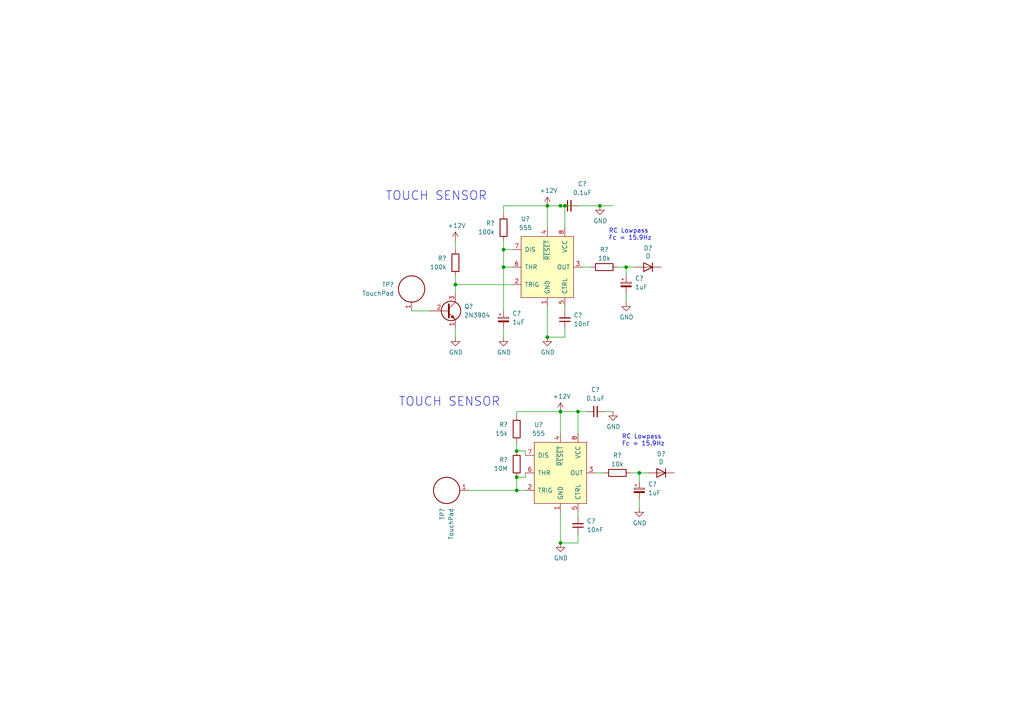
<source format=kicad_sch>
(kicad_sch (version 20211123) (generator eeschema)

  (uuid 51eb14dc-5b6d-4f34-aee4-5b860b778c1e)

  (paper "A4")

  (lib_symbols
    (symbol "Device:C_Polarized_Small" (pin_numbers hide) (pin_names (offset 0.254) hide) (in_bom yes) (on_board yes)
      (property "Reference" "C" (id 0) (at 0.254 1.778 0)
        (effects (font (size 1.27 1.27)) (justify left))
      )
      (property "Value" "C_Polarized_Small" (id 1) (at 0.254 -2.032 0)
        (effects (font (size 1.27 1.27)) (justify left))
      )
      (property "Footprint" "" (id 2) (at 0 0 0)
        (effects (font (size 1.27 1.27)) hide)
      )
      (property "Datasheet" "~" (id 3) (at 0 0 0)
        (effects (font (size 1.27 1.27)) hide)
      )
      (property "ki_keywords" "cap capacitor" (id 4) (at 0 0 0)
        (effects (font (size 1.27 1.27)) hide)
      )
      (property "ki_description" "Polarized capacitor, small symbol" (id 5) (at 0 0 0)
        (effects (font (size 1.27 1.27)) hide)
      )
      (property "ki_fp_filters" "CP_*" (id 6) (at 0 0 0)
        (effects (font (size 1.27 1.27)) hide)
      )
      (symbol "C_Polarized_Small_0_1"
        (rectangle (start -1.524 -0.3048) (end 1.524 -0.6858)
          (stroke (width 0) (type default) (color 0 0 0 0))
          (fill (type outline))
        )
        (rectangle (start -1.524 0.6858) (end 1.524 0.3048)
          (stroke (width 0) (type default) (color 0 0 0 0))
          (fill (type none))
        )
        (polyline
          (pts
            (xy -1.27 1.524)
            (xy -0.762 1.524)
          )
          (stroke (width 0) (type default) (color 0 0 0 0))
          (fill (type none))
        )
        (polyline
          (pts
            (xy -1.016 1.27)
            (xy -1.016 1.778)
          )
          (stroke (width 0) (type default) (color 0 0 0 0))
          (fill (type none))
        )
      )
      (symbol "C_Polarized_Small_1_1"
        (pin passive line (at 0 2.54 270) (length 1.8542)
          (name "~" (effects (font (size 1.27 1.27))))
          (number "1" (effects (font (size 1.27 1.27))))
        )
        (pin passive line (at 0 -2.54 90) (length 1.8542)
          (name "~" (effects (font (size 1.27 1.27))))
          (number "2" (effects (font (size 1.27 1.27))))
        )
      )
    )
    (symbol "Device:C_Small" (pin_numbers hide) (pin_names (offset 0.254) hide) (in_bom yes) (on_board yes)
      (property "Reference" "C" (id 0) (at 0.254 1.778 0)
        (effects (font (size 1.27 1.27)) (justify left))
      )
      (property "Value" "C_Small" (id 1) (at 0.254 -2.032 0)
        (effects (font (size 1.27 1.27)) (justify left))
      )
      (property "Footprint" "" (id 2) (at 0 0 0)
        (effects (font (size 1.27 1.27)) hide)
      )
      (property "Datasheet" "~" (id 3) (at 0 0 0)
        (effects (font (size 1.27 1.27)) hide)
      )
      (property "ki_keywords" "capacitor cap" (id 4) (at 0 0 0)
        (effects (font (size 1.27 1.27)) hide)
      )
      (property "ki_description" "Unpolarized capacitor, small symbol" (id 5) (at 0 0 0)
        (effects (font (size 1.27 1.27)) hide)
      )
      (property "ki_fp_filters" "C_*" (id 6) (at 0 0 0)
        (effects (font (size 1.27 1.27)) hide)
      )
      (symbol "C_Small_0_1"
        (polyline
          (pts
            (xy -1.524 -0.508)
            (xy 1.524 -0.508)
          )
          (stroke (width 0.3302) (type default) (color 0 0 0 0))
          (fill (type none))
        )
        (polyline
          (pts
            (xy -1.524 0.508)
            (xy 1.524 0.508)
          )
          (stroke (width 0.3048) (type default) (color 0 0 0 0))
          (fill (type none))
        )
      )
      (symbol "C_Small_1_1"
        (pin passive line (at 0 2.54 270) (length 2.032)
          (name "~" (effects (font (size 1.27 1.27))))
          (number "1" (effects (font (size 1.27 1.27))))
        )
        (pin passive line (at 0 -2.54 90) (length 2.032)
          (name "~" (effects (font (size 1.27 1.27))))
          (number "2" (effects (font (size 1.27 1.27))))
        )
      )
    )
    (symbol "Device:D" (pin_numbers hide) (pin_names (offset 1.016) hide) (in_bom yes) (on_board yes)
      (property "Reference" "D" (id 0) (at 0 2.54 0)
        (effects (font (size 1.27 1.27)))
      )
      (property "Value" "D" (id 1) (at 0 -2.54 0)
        (effects (font (size 1.27 1.27)))
      )
      (property "Footprint" "" (id 2) (at 0 0 0)
        (effects (font (size 1.27 1.27)) hide)
      )
      (property "Datasheet" "~" (id 3) (at 0 0 0)
        (effects (font (size 1.27 1.27)) hide)
      )
      (property "ki_keywords" "diode" (id 4) (at 0 0 0)
        (effects (font (size 1.27 1.27)) hide)
      )
      (property "ki_description" "Diode" (id 5) (at 0 0 0)
        (effects (font (size 1.27 1.27)) hide)
      )
      (property "ki_fp_filters" "TO-???* *_Diode_* *SingleDiode* D_*" (id 6) (at 0 0 0)
        (effects (font (size 1.27 1.27)) hide)
      )
      (symbol "D_0_1"
        (polyline
          (pts
            (xy -1.27 1.27)
            (xy -1.27 -1.27)
          )
          (stroke (width 0.254) (type default) (color 0 0 0 0))
          (fill (type none))
        )
        (polyline
          (pts
            (xy 1.27 0)
            (xy -1.27 0)
          )
          (stroke (width 0) (type default) (color 0 0 0 0))
          (fill (type none))
        )
        (polyline
          (pts
            (xy 1.27 1.27)
            (xy 1.27 -1.27)
            (xy -1.27 0)
            (xy 1.27 1.27)
          )
          (stroke (width 0.254) (type default) (color 0 0 0 0))
          (fill (type none))
        )
      )
      (symbol "D_1_1"
        (pin passive line (at -3.81 0 0) (length 2.54)
          (name "K" (effects (font (size 1.27 1.27))))
          (number "1" (effects (font (size 1.27 1.27))))
        )
        (pin passive line (at 3.81 0 180) (length 2.54)
          (name "A" (effects (font (size 1.27 1.27))))
          (number "2" (effects (font (size 1.27 1.27))))
        )
      )
    )
    (symbol "Device:R" (pin_numbers hide) (pin_names (offset 0)) (in_bom yes) (on_board yes)
      (property "Reference" "R" (id 0) (at 2.032 0 90)
        (effects (font (size 1.27 1.27)))
      )
      (property "Value" "R" (id 1) (at 0 0 90)
        (effects (font (size 1.27 1.27)))
      )
      (property "Footprint" "" (id 2) (at -1.778 0 90)
        (effects (font (size 1.27 1.27)) hide)
      )
      (property "Datasheet" "~" (id 3) (at 0 0 0)
        (effects (font (size 1.27 1.27)) hide)
      )
      (property "ki_keywords" "R res resistor" (id 4) (at 0 0 0)
        (effects (font (size 1.27 1.27)) hide)
      )
      (property "ki_description" "Resistor" (id 5) (at 0 0 0)
        (effects (font (size 1.27 1.27)) hide)
      )
      (property "ki_fp_filters" "R_*" (id 6) (at 0 0 0)
        (effects (font (size 1.27 1.27)) hide)
      )
      (symbol "R_0_1"
        (rectangle (start -1.016 -2.54) (end 1.016 2.54)
          (stroke (width 0.254) (type default) (color 0 0 0 0))
          (fill (type none))
        )
      )
      (symbol "R_1_1"
        (pin passive line (at 0 3.81 270) (length 1.27)
          (name "~" (effects (font (size 1.27 1.27))))
          (number "1" (effects (font (size 1.27 1.27))))
        )
        (pin passive line (at 0 -3.81 90) (length 1.27)
          (name "~" (effects (font (size 1.27 1.27))))
          (number "2" (effects (font (size 1.27 1.27))))
        )
      )
    )
    (symbol "Transistor_BJT:2N3904" (pin_names (offset 0) hide) (in_bom yes) (on_board yes)
      (property "Reference" "Q" (id 0) (at 5.08 1.905 0)
        (effects (font (size 1.27 1.27)) (justify left))
      )
      (property "Value" "2N3904" (id 1) (at 5.08 0 0)
        (effects (font (size 1.27 1.27)) (justify left))
      )
      (property "Footprint" "Package_TO_SOT_THT:TO-92_Inline" (id 2) (at 5.08 -1.905 0)
        (effects (font (size 1.27 1.27) italic) (justify left) hide)
      )
      (property "Datasheet" "https://www.onsemi.com/pub/Collateral/2N3903-D.PDF" (id 3) (at 0 0 0)
        (effects (font (size 1.27 1.27)) (justify left) hide)
      )
      (property "ki_keywords" "NPN Transistor" (id 4) (at 0 0 0)
        (effects (font (size 1.27 1.27)) hide)
      )
      (property "ki_description" "0.2A Ic, 40V Vce, Small Signal NPN Transistor, TO-92" (id 5) (at 0 0 0)
        (effects (font (size 1.27 1.27)) hide)
      )
      (property "ki_fp_filters" "TO?92*" (id 6) (at 0 0 0)
        (effects (font (size 1.27 1.27)) hide)
      )
      (symbol "2N3904_0_1"
        (polyline
          (pts
            (xy 0.635 0.635)
            (xy 2.54 2.54)
          )
          (stroke (width 0) (type default) (color 0 0 0 0))
          (fill (type none))
        )
        (polyline
          (pts
            (xy 0.635 -0.635)
            (xy 2.54 -2.54)
            (xy 2.54 -2.54)
          )
          (stroke (width 0) (type default) (color 0 0 0 0))
          (fill (type none))
        )
        (polyline
          (pts
            (xy 0.635 1.905)
            (xy 0.635 -1.905)
            (xy 0.635 -1.905)
          )
          (stroke (width 0.508) (type default) (color 0 0 0 0))
          (fill (type none))
        )
        (polyline
          (pts
            (xy 1.27 -1.778)
            (xy 1.778 -1.27)
            (xy 2.286 -2.286)
            (xy 1.27 -1.778)
            (xy 1.27 -1.778)
          )
          (stroke (width 0) (type default) (color 0 0 0 0))
          (fill (type outline))
        )
        (circle (center 1.27 0) (radius 2.8194)
          (stroke (width 0.254) (type default) (color 0 0 0 0))
          (fill (type none))
        )
      )
      (symbol "2N3904_1_1"
        (pin passive line (at 2.54 -5.08 90) (length 2.54)
          (name "E" (effects (font (size 1.27 1.27))))
          (number "1" (effects (font (size 1.27 1.27))))
        )
        (pin passive line (at -5.08 0 0) (length 5.715)
          (name "B" (effects (font (size 1.27 1.27))))
          (number "2" (effects (font (size 1.27 1.27))))
        )
        (pin passive line (at 2.54 5.08 270) (length 2.54)
          (name "C" (effects (font (size 1.27 1.27))))
          (number "3" (effects (font (size 1.27 1.27))))
        )
      )
    )
    (symbol "modular:555" (pin_names (offset 1.016)) (in_bom yes) (on_board yes)
      (property "Reference" "U" (id 0) (at -5.08 13.97 0)
        (effects (font (size 1.27 1.27)))
      )
      (property "Value" "555" (id 1) (at -5.08 11.43 0)
        (effects (font (size 1.27 1.27)))
      )
      (property "Footprint" "" (id 2) (at 2.54 0 0)
        (effects (font (size 1.27 1.27)) hide)
      )
      (property "Datasheet" "" (id 3) (at 2.54 0 0)
        (effects (font (size 1.27 1.27)) hide)
      )
      (symbol "555_0_1"
        (rectangle (start 7.62 8.89) (end -7.62 -8.89)
          (stroke (width 0) (type default) (color 0 0 0 0))
          (fill (type background))
        )
      )
      (symbol "555_1_1"
        (pin input line (at 0 -11.43 90) (length 2.54)
          (name "GND" (effects (font (size 1.27 1.27))))
          (number "1" (effects (font (size 1.27 1.27))))
        )
        (pin input line (at -10.16 -5.08 0) (length 2.54)
          (name "TRIG" (effects (font (size 1.27 1.27))))
          (number "2" (effects (font (size 1.27 1.27))))
        )
        (pin input line (at 10.16 0 180) (length 2.54)
          (name "OUT" (effects (font (size 1.27 1.27))))
          (number "3" (effects (font (size 1.27 1.27))))
        )
        (pin input line (at 0 11.43 270) (length 2.54)
          (name "~{RESET}" (effects (font (size 1.27 1.27))))
          (number "4" (effects (font (size 1.27 1.27))))
        )
        (pin input line (at 5.08 -11.43 90) (length 2.54)
          (name "CTRL" (effects (font (size 1.27 1.27))))
          (number "5" (effects (font (size 1.27 1.27))))
        )
        (pin input line (at -10.16 0 0) (length 2.54)
          (name "THR" (effects (font (size 1.27 1.27))))
          (number "6" (effects (font (size 1.27 1.27))))
        )
        (pin input line (at -10.16 5.08 0) (length 2.54)
          (name "DIS" (effects (font (size 1.27 1.27))))
          (number "7" (effects (font (size 1.27 1.27))))
        )
        (pin input line (at 5.08 11.43 270) (length 2.54)
          (name "VCC" (effects (font (size 1.27 1.27))))
          (number "8" (effects (font (size 1.27 1.27))))
        )
      )
    )
    (symbol "modular:TouchPad" (in_bom yes) (on_board yes)
      (property "Reference" "TP" (id 0) (at 0 7.62 0)
        (effects (font (size 1.27 1.27)))
      )
      (property "Value" "TouchPad" (id 1) (at 0 5.08 0)
        (effects (font (size 1.27 1.27)))
      )
      (property "Footprint" "" (id 2) (at 0 0 0)
        (effects (font (size 1.27 1.27)) hide)
      )
      (property "Datasheet" "" (id 3) (at 0 0 0)
        (effects (font (size 1.27 1.27)) hide)
      )
      (symbol "TouchPad_0_1"
        (circle (center 0 0) (radius 3.81)
          (stroke (width 0.254) (type default) (color 0 0 0 0))
          (fill (type none))
        )
      )
      (symbol "TouchPad_1_1"
        (pin input line (at 6.35 0 180) (length 2.54)
          (name "" (effects (font (size 1.27 1.27))))
          (number "1" (effects (font (size 1.27 1.27))))
        )
      )
    )
    (symbol "power:+12V" (power) (pin_names (offset 0)) (in_bom yes) (on_board yes)
      (property "Reference" "#PWR" (id 0) (at 0 -3.81 0)
        (effects (font (size 1.27 1.27)) hide)
      )
      (property "Value" "+12V" (id 1) (at 0 3.556 0)
        (effects (font (size 1.27 1.27)))
      )
      (property "Footprint" "" (id 2) (at 0 0 0)
        (effects (font (size 1.27 1.27)) hide)
      )
      (property "Datasheet" "" (id 3) (at 0 0 0)
        (effects (font (size 1.27 1.27)) hide)
      )
      (property "ki_keywords" "power-flag" (id 4) (at 0 0 0)
        (effects (font (size 1.27 1.27)) hide)
      )
      (property "ki_description" "Power symbol creates a global label with name \"+12V\"" (id 5) (at 0 0 0)
        (effects (font (size 1.27 1.27)) hide)
      )
      (symbol "+12V_0_1"
        (polyline
          (pts
            (xy -0.762 1.27)
            (xy 0 2.54)
          )
          (stroke (width 0) (type default) (color 0 0 0 0))
          (fill (type none))
        )
        (polyline
          (pts
            (xy 0 0)
            (xy 0 2.54)
          )
          (stroke (width 0) (type default) (color 0 0 0 0))
          (fill (type none))
        )
        (polyline
          (pts
            (xy 0 2.54)
            (xy 0.762 1.27)
          )
          (stroke (width 0) (type default) (color 0 0 0 0))
          (fill (type none))
        )
      )
      (symbol "+12V_1_1"
        (pin power_in line (at 0 0 90) (length 0) hide
          (name "+12V" (effects (font (size 1.27 1.27))))
          (number "1" (effects (font (size 1.27 1.27))))
        )
      )
    )
    (symbol "power:GND" (power) (pin_names (offset 0)) (in_bom yes) (on_board yes)
      (property "Reference" "#PWR" (id 0) (at 0 -6.35 0)
        (effects (font (size 1.27 1.27)) hide)
      )
      (property "Value" "GND" (id 1) (at 0 -3.81 0)
        (effects (font (size 1.27 1.27)))
      )
      (property "Footprint" "" (id 2) (at 0 0 0)
        (effects (font (size 1.27 1.27)) hide)
      )
      (property "Datasheet" "" (id 3) (at 0 0 0)
        (effects (font (size 1.27 1.27)) hide)
      )
      (property "ki_keywords" "power-flag" (id 4) (at 0 0 0)
        (effects (font (size 1.27 1.27)) hide)
      )
      (property "ki_description" "Power symbol creates a global label with name \"GND\" , ground" (id 5) (at 0 0 0)
        (effects (font (size 1.27 1.27)) hide)
      )
      (symbol "GND_0_1"
        (polyline
          (pts
            (xy 0 0)
            (xy 0 -1.27)
            (xy 1.27 -1.27)
            (xy 0 -2.54)
            (xy -1.27 -1.27)
            (xy 0 -1.27)
          )
          (stroke (width 0) (type default) (color 0 0 0 0))
          (fill (type none))
        )
      )
      (symbol "GND_1_1"
        (pin power_in line (at 0 0 270) (length 0) hide
          (name "GND" (effects (font (size 1.27 1.27))))
          (number "1" (effects (font (size 1.27 1.27))))
        )
      )
    )
  )

  (junction (at 167.64 119.38) (diameter 0) (color 0 0 0 0)
    (uuid 0830705d-c01f-4800-80d8-eca3097911ce)
  )
  (junction (at 162.56 157.48) (diameter 0) (color 0 0 0 0)
    (uuid 102619dd-355b-4690-bd40-64faae997ebf)
  )
  (junction (at 149.86 142.24) (diameter 0) (color 0 0 0 0)
    (uuid 1c23c3b9-af12-44dc-9fbe-b8d82d5373d4)
  )
  (junction (at 173.99 59.69) (diameter 0) (color 0 0 0 0)
    (uuid 317547ce-5efc-4fa2-9225-8d95f71d30e9)
  )
  (junction (at 181.61 77.47) (diameter 0) (color 0 0 0 0)
    (uuid 4e07bacb-a889-4a2f-a548-4df093209911)
  )
  (junction (at 132.08 82.55) (diameter 0) (color 0 0 0 0)
    (uuid 52b0ea92-2433-458f-818c-d55fc9ae47bc)
  )
  (junction (at 162.56 119.38) (diameter 0) (color 0 0 0 0)
    (uuid 54b9abbe-c5df-4385-bde4-b6506738b010)
  )
  (junction (at 163.83 59.69) (diameter 0) (color 0 0 0 0)
    (uuid 59302f6d-56de-4adb-b7d2-de8644f6d00d)
  )
  (junction (at 149.86 138.43) (diameter 0) (color 0 0 0 0)
    (uuid 6d6e207b-e318-477d-a539-29a76bd0f618)
  )
  (junction (at 146.05 72.39) (diameter 0) (color 0 0 0 0)
    (uuid 9273d60f-9062-4944-b8ed-144603d9b799)
  )
  (junction (at 158.75 97.79) (diameter 0) (color 0 0 0 0)
    (uuid 945881e5-c9e9-4b4d-a9dc-d7ff5ae92437)
  )
  (junction (at 162.56 59.69) (diameter 0) (color 0 0 0 0)
    (uuid c010a15f-d5bc-441f-8f39-21908649ed6b)
  )
  (junction (at 185.42 137.16) (diameter 0) (color 0 0 0 0)
    (uuid c4891599-9fee-4858-a58d-86627d2e4a8e)
  )
  (junction (at 146.05 77.47) (diameter 0) (color 0 0 0 0)
    (uuid c9a5ec7a-7c88-4b40-8b00-79d0a6420fd2)
  )
  (junction (at 149.86 130.81) (diameter 0) (color 0 0 0 0)
    (uuid da3a3149-2192-46fd-9550-f961bb1c68e6)
  )
  (junction (at 158.75 59.69) (diameter 0) (color 0 0 0 0)
    (uuid e5fadafc-9a3a-4308-96f8-5dde8e6ff9da)
  )

  (wire (pts (xy 185.42 139.7) (xy 185.42 137.16))
    (stroke (width 0) (type default) (color 0 0 0 0))
    (uuid 02cd3a3b-df43-42e7-bebd-0b5b6e38e62e)
  )
  (wire (pts (xy 162.56 119.38) (xy 167.64 119.38))
    (stroke (width 0) (type default) (color 0 0 0 0))
    (uuid 14c55194-67ea-481c-8ec4-c82a5217194c)
  )
  (wire (pts (xy 167.64 119.38) (xy 167.64 125.73))
    (stroke (width 0) (type default) (color 0 0 0 0))
    (uuid 1628dbee-5707-4305-87c2-872263acbb4e)
  )
  (wire (pts (xy 158.75 88.9) (xy 158.75 97.79))
    (stroke (width 0) (type default) (color 0 0 0 0))
    (uuid 35ecf9a2-ab15-4740-871c-ef8111db96bd)
  )
  (wire (pts (xy 185.42 137.16) (xy 182.88 137.16))
    (stroke (width 0) (type default) (color 0 0 0 0))
    (uuid 380bd2d5-d449-4f6a-9ccd-8f65c82832b0)
  )
  (wire (pts (xy 135.89 142.24) (xy 149.86 142.24))
    (stroke (width 0) (type default) (color 0 0 0 0))
    (uuid 43352de6-ace6-49b1-9ef7-8b67e1a705e7)
  )
  (wire (pts (xy 185.42 147.32) (xy 185.42 144.78))
    (stroke (width 0) (type default) (color 0 0 0 0))
    (uuid 479156c6-a043-43a2-b634-453c903c70cb)
  )
  (wire (pts (xy 148.59 77.47) (xy 146.05 77.47))
    (stroke (width 0) (type default) (color 0 0 0 0))
    (uuid 4891bd88-85b1-47a6-97b6-013e2999be57)
  )
  (wire (pts (xy 173.99 59.69) (xy 177.8 59.69))
    (stroke (width 0) (type default) (color 0 0 0 0))
    (uuid 4d10d327-0da8-44bf-8019-b302494dd917)
  )
  (wire (pts (xy 146.05 77.47) (xy 146.05 72.39))
    (stroke (width 0) (type default) (color 0 0 0 0))
    (uuid 4e409b4c-78a3-46c7-a59d-8abdd995dce1)
  )
  (wire (pts (xy 132.08 82.55) (xy 148.59 82.55))
    (stroke (width 0) (type default) (color 0 0 0 0))
    (uuid 506410c1-076b-4822-a237-f615c8bc201d)
  )
  (wire (pts (xy 146.05 69.85) (xy 146.05 72.39))
    (stroke (width 0) (type default) (color 0 0 0 0))
    (uuid 60fb4f8b-4de9-404d-a6aa-e67186a4a400)
  )
  (wire (pts (xy 146.05 77.47) (xy 146.05 90.17))
    (stroke (width 0) (type default) (color 0 0 0 0))
    (uuid 611ec290-2219-4956-889c-f26663651505)
  )
  (wire (pts (xy 158.75 59.69) (xy 162.56 59.69))
    (stroke (width 0) (type default) (color 0 0 0 0))
    (uuid 620c80cc-ef3d-41fa-88b1-8daf8d54aed3)
  )
  (wire (pts (xy 162.56 119.38) (xy 162.56 125.73))
    (stroke (width 0) (type default) (color 0 0 0 0))
    (uuid 6741e0e0-3fb8-4fa3-9810-cdbd92b4dbe3)
  )
  (wire (pts (xy 167.64 119.38) (xy 170.18 119.38))
    (stroke (width 0) (type default) (color 0 0 0 0))
    (uuid 6cbc24c6-7f6d-4936-bcfa-6dcef80d7483)
  )
  (wire (pts (xy 171.45 77.47) (xy 168.91 77.47))
    (stroke (width 0) (type default) (color 0 0 0 0))
    (uuid 6fcecb03-b91c-48da-bc65-20e162a6e727)
  )
  (wire (pts (xy 146.05 59.69) (xy 146.05 62.23))
    (stroke (width 0) (type default) (color 0 0 0 0))
    (uuid 729896a8-503f-4e74-ac05-fa47e1b89a45)
  )
  (wire (pts (xy 181.61 87.63) (xy 181.61 85.09))
    (stroke (width 0) (type default) (color 0 0 0 0))
    (uuid 7341d036-bc96-44bd-8cec-4dcf1c76174c)
  )
  (wire (pts (xy 181.61 77.47) (xy 179.07 77.47))
    (stroke (width 0) (type default) (color 0 0 0 0))
    (uuid 76447c93-b10e-4ee1-9ccf-e4e2dc4f37c5)
  )
  (wire (pts (xy 175.26 137.16) (xy 172.72 137.16))
    (stroke (width 0) (type default) (color 0 0 0 0))
    (uuid 76ab2cb2-414e-4fe5-aaf1-efffc7cb9593)
  )
  (wire (pts (xy 149.86 130.81) (xy 152.4 130.81))
    (stroke (width 0) (type default) (color 0 0 0 0))
    (uuid 7f9178fb-e51b-49d6-8f30-cfbdfc850f71)
  )
  (wire (pts (xy 132.08 69.85) (xy 132.08 72.39))
    (stroke (width 0) (type default) (color 0 0 0 0))
    (uuid 86919922-3fd9-47ee-9671-48a0cb3d0af5)
  )
  (wire (pts (xy 163.83 95.25) (xy 163.83 97.79))
    (stroke (width 0) (type default) (color 0 0 0 0))
    (uuid 86e9477d-afbe-4ebc-a4b2-f3f1bae6483a)
  )
  (wire (pts (xy 181.61 77.47) (xy 184.15 77.47))
    (stroke (width 0) (type default) (color 0 0 0 0))
    (uuid 8f9a3ea6-2367-4f16-a5bc-024c8be6c38e)
  )
  (wire (pts (xy 173.99 59.69) (xy 167.64 59.69))
    (stroke (width 0) (type default) (color 0 0 0 0))
    (uuid 9c34da06-49e7-4186-9bbc-e97df8e9e137)
  )
  (wire (pts (xy 162.56 148.59) (xy 162.56 157.48))
    (stroke (width 0) (type default) (color 0 0 0 0))
    (uuid a1cc3200-bd15-4b0b-806f-e825bdee96ac)
  )
  (wire (pts (xy 175.26 119.38) (xy 177.8 119.38))
    (stroke (width 0) (type default) (color 0 0 0 0))
    (uuid a2a9f302-9542-4490-863c-36654934aed3)
  )
  (wire (pts (xy 185.42 137.16) (xy 187.96 137.16))
    (stroke (width 0) (type default) (color 0 0 0 0))
    (uuid a85af683-1bb8-4f6d-885b-96b8ebcf3dff)
  )
  (wire (pts (xy 163.83 59.69) (xy 162.56 59.69))
    (stroke (width 0) (type default) (color 0 0 0 0))
    (uuid abee9469-c129-4e95-ade0-196bf835505a)
  )
  (wire (pts (xy 167.64 148.59) (xy 167.64 149.86))
    (stroke (width 0) (type default) (color 0 0 0 0))
    (uuid ae71a011-92da-42da-a011-dea813643d01)
  )
  (wire (pts (xy 167.64 157.48) (xy 162.56 157.48))
    (stroke (width 0) (type default) (color 0 0 0 0))
    (uuid aecb125a-1d16-458d-a3db-86b40e7c878c)
  )
  (wire (pts (xy 163.83 88.9) (xy 163.83 90.17))
    (stroke (width 0) (type default) (color 0 0 0 0))
    (uuid af36f9fc-8847-4d88-863a-083e07114be2)
  )
  (wire (pts (xy 132.08 80.01) (xy 132.08 82.55))
    (stroke (width 0) (type default) (color 0 0 0 0))
    (uuid afd83f2d-f82d-44e8-8b0f-5f202d129bea)
  )
  (wire (pts (xy 149.86 142.24) (xy 152.4 142.24))
    (stroke (width 0) (type default) (color 0 0 0 0))
    (uuid b1717252-71ee-4314-a011-a462595aeb38)
  )
  (wire (pts (xy 163.83 59.69) (xy 166.37 59.69))
    (stroke (width 0) (type default) (color 0 0 0 0))
    (uuid b351c256-943b-4705-b4c0-ddce5c38150d)
  )
  (wire (pts (xy 149.86 138.43) (xy 149.86 142.24))
    (stroke (width 0) (type default) (color 0 0 0 0))
    (uuid b361f50b-4f50-49ab-9715-0a7af1247047)
  )
  (wire (pts (xy 132.08 82.55) (xy 132.08 85.09))
    (stroke (width 0) (type default) (color 0 0 0 0))
    (uuid b393e517-638c-4306-a63d-62301a32bfec)
  )
  (wire (pts (xy 163.83 59.69) (xy 163.83 66.04))
    (stroke (width 0) (type default) (color 0 0 0 0))
    (uuid b8a704b6-86f4-455a-9185-18855706aea2)
  )
  (wire (pts (xy 163.83 97.79) (xy 158.75 97.79))
    (stroke (width 0) (type default) (color 0 0 0 0))
    (uuid c00ba529-ff7c-4880-a140-6ec2437bbc5b)
  )
  (wire (pts (xy 146.05 95.25) (xy 146.05 97.79))
    (stroke (width 0) (type default) (color 0 0 0 0))
    (uuid c6a00977-3f79-4ca1-b1f9-5875711d10be)
  )
  (wire (pts (xy 149.86 138.43) (xy 152.4 138.43))
    (stroke (width 0) (type default) (color 0 0 0 0))
    (uuid ce24b689-b33a-4572-a75a-923ad6e6f409)
  )
  (wire (pts (xy 152.4 138.43) (xy 152.4 137.16))
    (stroke (width 0) (type default) (color 0 0 0 0))
    (uuid d1829789-50f4-4d79-aef6-94401ad0c7f0)
  )
  (wire (pts (xy 146.05 59.69) (xy 158.75 59.69))
    (stroke (width 0) (type default) (color 0 0 0 0))
    (uuid d1ba9ef2-c341-49ae-9274-c7deb4a64fb0)
  )
  (wire (pts (xy 146.05 72.39) (xy 148.59 72.39))
    (stroke (width 0) (type default) (color 0 0 0 0))
    (uuid d4cc554d-bc69-40eb-8af7-f585cd3f9d47)
  )
  (wire (pts (xy 119.38 90.17) (xy 124.46 90.17))
    (stroke (width 0) (type default) (color 0 0 0 0))
    (uuid dfe1aaf1-4a70-4535-a271-0e1099dc34eb)
  )
  (wire (pts (xy 132.08 95.25) (xy 132.08 97.79))
    (stroke (width 0) (type default) (color 0 0 0 0))
    (uuid e3b56125-a295-4f55-837e-289896209c7d)
  )
  (wire (pts (xy 149.86 119.38) (xy 149.86 120.65))
    (stroke (width 0) (type default) (color 0 0 0 0))
    (uuid e5c2e9c4-e32a-44ed-a0da-05ce4687ea77)
  )
  (wire (pts (xy 149.86 128.27) (xy 149.86 130.81))
    (stroke (width 0) (type default) (color 0 0 0 0))
    (uuid e7c236e9-edaa-4fb2-931b-c44939c0752b)
  )
  (wire (pts (xy 149.86 119.38) (xy 162.56 119.38))
    (stroke (width 0) (type default) (color 0 0 0 0))
    (uuid e9ec5d1a-758c-423c-b82e-2d8f57ee8ae3)
  )
  (wire (pts (xy 181.61 80.01) (xy 181.61 77.47))
    (stroke (width 0) (type default) (color 0 0 0 0))
    (uuid eef9cdee-2815-4d16-8f19-eb6fe374dc23)
  )
  (wire (pts (xy 158.75 59.69) (xy 158.75 66.04))
    (stroke (width 0) (type default) (color 0 0 0 0))
    (uuid f871e80f-3413-4a90-9465-e75aac101a84)
  )
  (wire (pts (xy 152.4 132.08) (xy 152.4 130.81))
    (stroke (width 0) (type default) (color 0 0 0 0))
    (uuid f91f0ea2-347c-4123-b2dd-d8f9c741280b)
  )
  (wire (pts (xy 167.64 154.94) (xy 167.64 157.48))
    (stroke (width 0) (type default) (color 0 0 0 0))
    (uuid fb0812bc-a305-43eb-9cb9-80576878e99b)
  )

  (text "TOUCH SENSOR" (at 111.76 58.42 0)
    (effects (font (size 2.54 2.54)) (justify left bottom))
    (uuid 126355a5-d502-4b8d-8ac3-edd0c1d0a155)
  )
  (text "TOUCH SENSOR" (at 115.57 118.11 0)
    (effects (font (size 2.54 2.54)) (justify left bottom))
    (uuid 49c5e171-1a78-4a65-8da8-b0630f394cd5)
  )
  (text "RC Lowpass\nFc = 15.9Hz" (at 180.34 129.54 0)
    (effects (font (size 1.27 1.27)) (justify left bottom))
    (uuid 8775582e-dd68-46bc-85d7-fc02ad5a7620)
  )
  (text "RC Lowpass\nFc = 15.9Hz" (at 176.53 69.85 0)
    (effects (font (size 1.27 1.27)) (justify left bottom))
    (uuid fc07c69b-8f70-4988-aa6e-efab75b28835)
  )

  (symbol (lib_id "power:GND") (at 146.05 97.79 0) (unit 1)
    (in_bom yes) (on_board yes)
    (uuid 01d11f56-af7c-4ac9-a3ad-f1d06994eedb)
    (property "Reference" "#PWR?" (id 0) (at 146.05 104.14 0)
      (effects (font (size 1.27 1.27)) hide)
    )
    (property "Value" "GND" (id 1) (at 146.177 102.1842 0))
    (property "Footprint" "" (id 2) (at 146.05 97.79 0)
      (effects (font (size 1.27 1.27)) hide)
    )
    (property "Datasheet" "" (id 3) (at 146.05 97.79 0)
      (effects (font (size 1.27 1.27)) hide)
    )
    (pin "1" (uuid 2f4dc9f2-20c1-4ee7-89d8-d500f937c99b))
  )

  (symbol (lib_id "Device:R") (at 149.86 124.46 0) (mirror x) (unit 1)
    (in_bom yes) (on_board yes) (fields_autoplaced)
    (uuid 0512cca8-df3c-4f7f-a604-97f8a511272e)
    (property "Reference" "R?" (id 0) (at 147.32 123.1899 0)
      (effects (font (size 1.27 1.27)) (justify right))
    )
    (property "Value" "15k" (id 1) (at 147.32 125.7299 0)
      (effects (font (size 1.27 1.27)) (justify right))
    )
    (property "Footprint" "" (id 2) (at 148.082 124.46 90)
      (effects (font (size 1.27 1.27)) hide)
    )
    (property "Datasheet" "~" (id 3) (at 149.86 124.46 0)
      (effects (font (size 1.27 1.27)) hide)
    )
    (pin "1" (uuid 7b2a7f13-f736-4d66-9493-7c6ab6379bc5))
    (pin "2" (uuid 49a0b1c6-2842-415a-9972-65732c978079))
  )

  (symbol (lib_id "Device:C_Polarized_Small") (at 146.05 92.71 0) (unit 1)
    (in_bom yes) (on_board yes) (fields_autoplaced)
    (uuid 09fb1877-20ce-4dde-9303-571a8ee5530b)
    (property "Reference" "C?" (id 0) (at 148.59 90.8938 0)
      (effects (font (size 1.27 1.27)) (justify left))
    )
    (property "Value" "1uF" (id 1) (at 148.59 93.4338 0)
      (effects (font (size 1.27 1.27)) (justify left))
    )
    (property "Footprint" "" (id 2) (at 146.05 92.71 0)
      (effects (font (size 1.27 1.27)) hide)
    )
    (property "Datasheet" "~" (id 3) (at 146.05 92.71 0)
      (effects (font (size 1.27 1.27)) hide)
    )
    (pin "1" (uuid b9d9ea53-9ed9-4a4e-8851-64c5a9b208f3))
    (pin "2" (uuid 445928d7-716f-4210-b013-7f6a7ec83937))
  )

  (symbol (lib_id "power:GND") (at 185.42 147.32 0) (unit 1)
    (in_bom yes) (on_board yes)
    (uuid 17db1ded-cdd7-46f9-878e-85b6d35a49a8)
    (property "Reference" "#PWR?" (id 0) (at 185.42 153.67 0)
      (effects (font (size 1.27 1.27)) hide)
    )
    (property "Value" "GND" (id 1) (at 185.547 151.7142 0))
    (property "Footprint" "" (id 2) (at 185.42 147.32 0)
      (effects (font (size 1.27 1.27)) hide)
    )
    (property "Datasheet" "" (id 3) (at 185.42 147.32 0)
      (effects (font (size 1.27 1.27)) hide)
    )
    (pin "1" (uuid bfdd0642-ae27-4231-bf39-9a7255572e6e))
  )

  (symbol (lib_id "power:GND") (at 158.75 97.79 0) (unit 1)
    (in_bom yes) (on_board yes)
    (uuid 34bce2a9-036a-4746-9117-c67aa53b676c)
    (property "Reference" "#PWR?" (id 0) (at 158.75 104.14 0)
      (effects (font (size 1.27 1.27)) hide)
    )
    (property "Value" "GND" (id 1) (at 158.877 102.1842 0))
    (property "Footprint" "" (id 2) (at 158.75 97.79 0)
      (effects (font (size 1.27 1.27)) hide)
    )
    (property "Datasheet" "" (id 3) (at 158.75 97.79 0)
      (effects (font (size 1.27 1.27)) hide)
    )
    (pin "1" (uuid 3953cb64-aaf6-43a4-b805-d403fe4e9ead))
  )

  (symbol (lib_id "Device:R") (at 132.08 76.2 0) (mirror x) (unit 1)
    (in_bom yes) (on_board yes)
    (uuid 3bbc9e44-5638-4454-87f5-1a6c74849999)
    (property "Reference" "R?" (id 0) (at 129.54 74.9299 0)
      (effects (font (size 1.27 1.27)) (justify right))
    )
    (property "Value" "100k" (id 1) (at 129.54 77.47 0)
      (effects (font (size 1.27 1.27)) (justify right))
    )
    (property "Footprint" "" (id 2) (at 130.302 76.2 90)
      (effects (font (size 1.27 1.27)) hide)
    )
    (property "Datasheet" "~" (id 3) (at 132.08 76.2 0)
      (effects (font (size 1.27 1.27)) hide)
    )
    (pin "1" (uuid 9c1960d6-ca57-4cda-9a99-37b7d9c35827))
    (pin "2" (uuid dbb61e9a-658e-487a-b41a-582cfb75b1c3))
  )

  (symbol (lib_id "power:+12V") (at 158.75 59.69 0) (unit 1)
    (in_bom yes) (on_board yes)
    (uuid 432f4c42-2e48-4f66-b8e5-7878f9ae5364)
    (property "Reference" "#PWR?" (id 0) (at 158.75 63.5 0)
      (effects (font (size 1.27 1.27)) hide)
    )
    (property "Value" "+12V" (id 1) (at 159.131 55.2958 0))
    (property "Footprint" "" (id 2) (at 158.75 59.69 0)
      (effects (font (size 1.27 1.27)) hide)
    )
    (property "Datasheet" "" (id 3) (at 158.75 59.69 0)
      (effects (font (size 1.27 1.27)) hide)
    )
    (pin "1" (uuid dda9a56f-2f5a-48ca-a564-61018180764a))
  )

  (symbol (lib_id "Device:R") (at 179.07 137.16 270) (mirror x) (unit 1)
    (in_bom yes) (on_board yes)
    (uuid 4adb8b09-a13d-4328-8adf-3b8c3bc11e8e)
    (property "Reference" "R?" (id 0) (at 179.07 132.08 90))
    (property "Value" "10k" (id 1) (at 179.07 134.62 90))
    (property "Footprint" "" (id 2) (at 179.07 138.938 90)
      (effects (font (size 1.27 1.27)) hide)
    )
    (property "Datasheet" "~" (id 3) (at 179.07 137.16 0)
      (effects (font (size 1.27 1.27)) hide)
    )
    (pin "1" (uuid 5335625d-1fce-4dbb-8511-cba04daa2cf9))
    (pin "2" (uuid a90de92b-c70b-49bc-95ff-a27421fe4c94))
  )

  (symbol (lib_id "Device:R") (at 149.86 134.62 0) (mirror x) (unit 1)
    (in_bom yes) (on_board yes) (fields_autoplaced)
    (uuid 4eead21e-b95a-403a-9e30-40169f74178a)
    (property "Reference" "R?" (id 0) (at 147.32 133.3499 0)
      (effects (font (size 1.27 1.27)) (justify right))
    )
    (property "Value" "10M" (id 1) (at 147.32 135.8899 0)
      (effects (font (size 1.27 1.27)) (justify right))
    )
    (property "Footprint" "" (id 2) (at 148.082 134.62 90)
      (effects (font (size 1.27 1.27)) hide)
    )
    (property "Datasheet" "~" (id 3) (at 149.86 134.62 0)
      (effects (font (size 1.27 1.27)) hide)
    )
    (pin "1" (uuid b1c17d50-c1b4-4213-bd0b-634ffbef1096))
    (pin "2" (uuid e5719796-2c78-4caa-9e7e-e9d4c7bc912d))
  )

  (symbol (lib_id "Device:C_Small") (at 165.1 59.69 90) (unit 1)
    (in_bom yes) (on_board yes)
    (uuid 4eff9a0a-b68b-4128-930d-8b0a19fb64df)
    (property "Reference" "C?" (id 0) (at 168.9163 53.34 90))
    (property "Value" "0.1uF" (id 1) (at 168.91 55.88 90))
    (property "Footprint" "" (id 2) (at 165.1 59.69 0)
      (effects (font (size 1.27 1.27)) hide)
    )
    (property "Datasheet" "~" (id 3) (at 165.1 59.69 0)
      (effects (font (size 1.27 1.27)) hide)
    )
    (pin "1" (uuid d7445007-430b-452c-99c4-ab2ecf85725d))
    (pin "2" (uuid ac3b4bf5-a127-4fdc-801a-bfa9187efea2))
  )

  (symbol (lib_id "Device:C_Polarized_Small") (at 185.42 142.24 0) (unit 1)
    (in_bom yes) (on_board yes) (fields_autoplaced)
    (uuid 53db9b8d-5978-4713-a2ed-574c04ebf120)
    (property "Reference" "C?" (id 0) (at 187.96 140.4238 0)
      (effects (font (size 1.27 1.27)) (justify left))
    )
    (property "Value" "1uF" (id 1) (at 187.96 142.9638 0)
      (effects (font (size 1.27 1.27)) (justify left))
    )
    (property "Footprint" "" (id 2) (at 185.42 142.24 0)
      (effects (font (size 1.27 1.27)) hide)
    )
    (property "Datasheet" "~" (id 3) (at 185.42 142.24 0)
      (effects (font (size 1.27 1.27)) hide)
    )
    (pin "1" (uuid 7b84c487-14c0-4baa-9b47-facc529056cd))
    (pin "2" (uuid e9353acd-b1a6-41f4-8aa7-9b9d79084453))
  )

  (symbol (lib_id "power:+12V") (at 132.08 69.85 0) (unit 1)
    (in_bom yes) (on_board yes)
    (uuid 5e7b3c5d-b8f9-4b8f-8b0f-29cf06f922c8)
    (property "Reference" "#PWR?" (id 0) (at 132.08 73.66 0)
      (effects (font (size 1.27 1.27)) hide)
    )
    (property "Value" "+12V" (id 1) (at 132.461 65.4558 0))
    (property "Footprint" "" (id 2) (at 132.08 69.85 0)
      (effects (font (size 1.27 1.27)) hide)
    )
    (property "Datasheet" "" (id 3) (at 132.08 69.85 0)
      (effects (font (size 1.27 1.27)) hide)
    )
    (pin "1" (uuid 73aa6359-31ce-474a-8dd5-e9f90656f85e))
  )

  (symbol (lib_id "Device:R") (at 146.05 66.04 0) (mirror x) (unit 1)
    (in_bom yes) (on_board yes) (fields_autoplaced)
    (uuid 61df8900-111f-47b5-814e-8f35645a3848)
    (property "Reference" "R?" (id 0) (at 143.51 64.7699 0)
      (effects (font (size 1.27 1.27)) (justify right))
    )
    (property "Value" "100k" (id 1) (at 143.51 67.3099 0)
      (effects (font (size 1.27 1.27)) (justify right))
    )
    (property "Footprint" "" (id 2) (at 144.272 66.04 90)
      (effects (font (size 1.27 1.27)) hide)
    )
    (property "Datasheet" "~" (id 3) (at 146.05 66.04 0)
      (effects (font (size 1.27 1.27)) hide)
    )
    (pin "1" (uuid d8daa467-f5f0-4dd7-92a4-287b4693718c))
    (pin "2" (uuid cbbc33cc-2dbc-41b2-89bb-b1bebf1d18e1))
  )

  (symbol (lib_id "Device:C_Small") (at 167.64 152.4 180) (unit 1)
    (in_bom yes) (on_board yes) (fields_autoplaced)
    (uuid 621677a8-aa46-4527-9adb-24e60cc83c49)
    (property "Reference" "C?" (id 0) (at 170.18 151.1235 0)
      (effects (font (size 1.27 1.27)) (justify right))
    )
    (property "Value" "10nF" (id 1) (at 170.18 153.6635 0)
      (effects (font (size 1.27 1.27)) (justify right))
    )
    (property "Footprint" "" (id 2) (at 167.64 152.4 0)
      (effects (font (size 1.27 1.27)) hide)
    )
    (property "Datasheet" "~" (id 3) (at 167.64 152.4 0)
      (effects (font (size 1.27 1.27)) hide)
    )
    (pin "1" (uuid 5d5577fd-e8d5-4601-9367-b8614489396a))
    (pin "2" (uuid 195d5a7f-5389-4450-9be7-e251deb0d9ab))
  )

  (symbol (lib_id "power:GND") (at 132.08 97.79 0) (unit 1)
    (in_bom yes) (on_board yes)
    (uuid 6903e931-aef4-4d35-a954-186d02d569d3)
    (property "Reference" "#PWR?" (id 0) (at 132.08 104.14 0)
      (effects (font (size 1.27 1.27)) hide)
    )
    (property "Value" "GND" (id 1) (at 132.207 102.1842 0))
    (property "Footprint" "" (id 2) (at 132.08 97.79 0)
      (effects (font (size 1.27 1.27)) hide)
    )
    (property "Datasheet" "" (id 3) (at 132.08 97.79 0)
      (effects (font (size 1.27 1.27)) hide)
    )
    (pin "1" (uuid bec8efe7-b192-45ae-8075-7e725674913e))
  )

  (symbol (lib_id "power:GND") (at 181.61 87.63 0) (unit 1)
    (in_bom yes) (on_board yes)
    (uuid 69f35326-749e-4606-bfc6-33a8bdf634ff)
    (property "Reference" "#PWR?" (id 0) (at 181.61 93.98 0)
      (effects (font (size 1.27 1.27)) hide)
    )
    (property "Value" "GND" (id 1) (at 181.737 92.0242 0))
    (property "Footprint" "" (id 2) (at 181.61 87.63 0)
      (effects (font (size 1.27 1.27)) hide)
    )
    (property "Datasheet" "" (id 3) (at 181.61 87.63 0)
      (effects (font (size 1.27 1.27)) hide)
    )
    (pin "1" (uuid 14dd4a2d-cf72-47bf-bf85-2d1855b4d5ab))
  )

  (symbol (lib_id "power:GND") (at 173.99 59.69 0) (unit 1)
    (in_bom yes) (on_board yes)
    (uuid 6ed91ec5-5c4e-4c85-924d-740ebc002140)
    (property "Reference" "#PWR?" (id 0) (at 173.99 66.04 0)
      (effects (font (size 1.27 1.27)) hide)
    )
    (property "Value" "GND" (id 1) (at 174.117 64.0842 0))
    (property "Footprint" "" (id 2) (at 173.99 59.69 0)
      (effects (font (size 1.27 1.27)) hide)
    )
    (property "Datasheet" "" (id 3) (at 173.99 59.69 0)
      (effects (font (size 1.27 1.27)) hide)
    )
    (pin "1" (uuid 283034b4-e6b1-4fda-ba54-bff5795cc1fa))
  )

  (symbol (lib_id "Device:D") (at 191.77 137.16 180) (unit 1)
    (in_bom yes) (on_board yes)
    (uuid 753784cd-5c62-497b-a387-0d2455a46083)
    (property "Reference" "D?" (id 0) (at 191.77 131.6736 0))
    (property "Value" "D" (id 1) (at 191.77 133.985 0))
    (property "Footprint" "" (id 2) (at 191.77 137.16 0)
      (effects (font (size 1.27 1.27)) hide)
    )
    (property "Datasheet" "~" (id 3) (at 191.77 137.16 0)
      (effects (font (size 1.27 1.27)) hide)
    )
    (pin "1" (uuid 920b1a2e-a9f2-41c4-8a7d-dd2406cfc4e3))
    (pin "2" (uuid 4025e3f9-4595-416f-a9b5-068d8ed26b61))
  )

  (symbol (lib_id "modular:555") (at 158.75 77.47 0) (unit 1)
    (in_bom yes) (on_board yes)
    (uuid 8e8ce8cc-f91f-4949-9b2b-28bfc6eb810e)
    (property "Reference" "U?" (id 0) (at 152.4 63.5 0))
    (property "Value" "555" (id 1) (at 152.4 66.04 0))
    (property "Footprint" "" (id 2) (at 161.29 77.47 0)
      (effects (font (size 1.27 1.27)) hide)
    )
    (property "Datasheet" "" (id 3) (at 161.29 77.47 0)
      (effects (font (size 1.27 1.27)) hide)
    )
    (pin "1" (uuid 8dac77f6-e361-44ce-a81f-2694e40e308f))
    (pin "2" (uuid cc93ec8d-9a37-4199-8feb-2985ea11f8ad))
    (pin "3" (uuid 46d265ff-8a3a-427c-a810-fbeb3d3fa2e9))
    (pin "4" (uuid 028604b3-b4de-414f-a577-aee6e6b95ede))
    (pin "5" (uuid f1b0f5ce-b182-4da8-9495-7736edff720e))
    (pin "6" (uuid 1006a379-2f52-4575-ab36-c5d0d6eaee86))
    (pin "7" (uuid 053140f7-66f3-4cda-a696-d91f5e2e70cc))
    (pin "8" (uuid fb1afd1f-1216-4895-ab37-c76fd1aeada9))
  )

  (symbol (lib_id "modular:555") (at 162.56 137.16 0) (unit 1)
    (in_bom yes) (on_board yes)
    (uuid 8f9d2346-b220-4e60-b41b-7dfbf0148aca)
    (property "Reference" "U?" (id 0) (at 156.21 123.19 0))
    (property "Value" "555" (id 1) (at 156.21 125.73 0))
    (property "Footprint" "" (id 2) (at 165.1 137.16 0)
      (effects (font (size 1.27 1.27)) hide)
    )
    (property "Datasheet" "" (id 3) (at 165.1 137.16 0)
      (effects (font (size 1.27 1.27)) hide)
    )
    (pin "1" (uuid 982a5c61-0fb9-4c71-96be-f6e9c28cd185))
    (pin "2" (uuid f482aaa3-97e2-41ce-b857-79e283359dd5))
    (pin "3" (uuid 62558360-e302-4a0f-aa73-589d5f7b22a6))
    (pin "4" (uuid c0a00ee2-99bd-4b02-bd65-9dd5d7405cca))
    (pin "5" (uuid 41119266-fc71-4a94-8940-3b8c2997f196))
    (pin "6" (uuid 9ac67601-d97f-4b21-b3f8-d0d9f0f15602))
    (pin "7" (uuid 27d3fab2-0174-4d7b-8a72-afc282d25e9e))
    (pin "8" (uuid be565f0e-5081-4afc-b7e9-52cdc8ef8757))
  )

  (symbol (lib_id "Device:C_Small") (at 163.83 92.71 180) (unit 1)
    (in_bom yes) (on_board yes) (fields_autoplaced)
    (uuid a26a3ed3-1fc6-4cff-a9a5-2e32ca65f75b)
    (property "Reference" "C?" (id 0) (at 166.37 91.4335 0)
      (effects (font (size 1.27 1.27)) (justify right))
    )
    (property "Value" "10nF" (id 1) (at 166.37 93.9735 0)
      (effects (font (size 1.27 1.27)) (justify right))
    )
    (property "Footprint" "" (id 2) (at 163.83 92.71 0)
      (effects (font (size 1.27 1.27)) hide)
    )
    (property "Datasheet" "~" (id 3) (at 163.83 92.71 0)
      (effects (font (size 1.27 1.27)) hide)
    )
    (pin "1" (uuid df90e132-f6b7-4f69-8361-060d3003bd0a))
    (pin "2" (uuid 85f9523c-3ccd-4787-8c50-cf16af3d4954))
  )

  (symbol (lib_id "Device:R") (at 175.26 77.47 270) (mirror x) (unit 1)
    (in_bom yes) (on_board yes)
    (uuid ad8e6584-1995-4e7b-aeb7-f1526d0c7656)
    (property "Reference" "R?" (id 0) (at 175.26 72.39 90))
    (property "Value" "10k" (id 1) (at 175.26 74.93 90))
    (property "Footprint" "" (id 2) (at 175.26 79.248 90)
      (effects (font (size 1.27 1.27)) hide)
    )
    (property "Datasheet" "~" (id 3) (at 175.26 77.47 0)
      (effects (font (size 1.27 1.27)) hide)
    )
    (pin "1" (uuid 020e0e4f-ecac-4f02-8e6d-f2f7a09dcf61))
    (pin "2" (uuid 357e40d9-95c1-4326-b563-5b5e606dd969))
  )

  (symbol (lib_id "Device:D") (at 187.96 77.47 180) (unit 1)
    (in_bom yes) (on_board yes)
    (uuid c5fa4e78-b59e-4c37-849e-b0163137c367)
    (property "Reference" "D?" (id 0) (at 187.96 71.9836 0))
    (property "Value" "D" (id 1) (at 187.96 74.295 0))
    (property "Footprint" "" (id 2) (at 187.96 77.47 0)
      (effects (font (size 1.27 1.27)) hide)
    )
    (property "Datasheet" "~" (id 3) (at 187.96 77.47 0)
      (effects (font (size 1.27 1.27)) hide)
    )
    (pin "1" (uuid eacf3c26-6e4f-4714-89bb-9297e2b7036b))
    (pin "2" (uuid 65a62f46-f46a-4587-803e-3f8dd954aca0))
  )

  (symbol (lib_id "power:+12V") (at 162.56 119.38 0) (unit 1)
    (in_bom yes) (on_board yes)
    (uuid dd6480ba-c87d-45f6-b35c-7e31a65f1c91)
    (property "Reference" "#PWR?" (id 0) (at 162.56 123.19 0)
      (effects (font (size 1.27 1.27)) hide)
    )
    (property "Value" "+12V" (id 1) (at 162.941 114.9858 0))
    (property "Footprint" "" (id 2) (at 162.56 119.38 0)
      (effects (font (size 1.27 1.27)) hide)
    )
    (property "Datasheet" "" (id 3) (at 162.56 119.38 0)
      (effects (font (size 1.27 1.27)) hide)
    )
    (pin "1" (uuid e0199294-27e9-4f57-8a24-f468f9103507))
  )

  (symbol (lib_id "modular:TouchPad") (at 119.38 83.82 270) (unit 1)
    (in_bom yes) (on_board yes)
    (uuid e004e866-2240-4599-9d93-3d4b40f23c73)
    (property "Reference" "TP?" (id 0) (at 114.3 82.55 90)
      (effects (font (size 1.27 1.27)) (justify right))
    )
    (property "Value" "TouchPad" (id 1) (at 114.3 85.09 90)
      (effects (font (size 1.27 1.27)) (justify right))
    )
    (property "Footprint" "" (id 2) (at 119.38 83.82 0)
      (effects (font (size 1.27 1.27)) hide)
    )
    (property "Datasheet" "" (id 3) (at 119.38 83.82 0)
      (effects (font (size 1.27 1.27)) hide)
    )
    (pin "1" (uuid 2c0edcbe-47ac-4ffe-bd5e-52c0334415c7))
  )

  (symbol (lib_id "Transistor_BJT:2N3904") (at 129.54 90.17 0) (unit 1)
    (in_bom yes) (on_board yes) (fields_autoplaced)
    (uuid e2997807-b030-4ac8-aeb1-132ea6ca2d62)
    (property "Reference" "Q?" (id 0) (at 134.62 88.8999 0)
      (effects (font (size 1.27 1.27)) (justify left))
    )
    (property "Value" "2N3904" (id 1) (at 134.62 91.4399 0)
      (effects (font (size 1.27 1.27)) (justify left))
    )
    (property "Footprint" "Package_TO_SOT_THT:TO-92_Inline" (id 2) (at 134.62 92.075 0)
      (effects (font (size 1.27 1.27) italic) (justify left) hide)
    )
    (property "Datasheet" "https://www.onsemi.com/pub/Collateral/2N3903-D.PDF" (id 3) (at 129.54 90.17 0)
      (effects (font (size 1.27 1.27)) (justify left) hide)
    )
    (pin "1" (uuid b9249bc0-7a91-43d2-aede-bd2363ab5056))
    (pin "2" (uuid 6cf298bb-c723-43b5-83f4-acd1f2b9fda1))
    (pin "3" (uuid f5279e53-c070-4371-81ce-5cdfa2c067f1))
  )

  (symbol (lib_id "power:GND") (at 162.56 157.48 0) (unit 1)
    (in_bom yes) (on_board yes)
    (uuid e4f7872a-960a-4035-956d-29159895756f)
    (property "Reference" "#PWR?" (id 0) (at 162.56 163.83 0)
      (effects (font (size 1.27 1.27)) hide)
    )
    (property "Value" "GND" (id 1) (at 162.687 161.8742 0))
    (property "Footprint" "" (id 2) (at 162.56 157.48 0)
      (effects (font (size 1.27 1.27)) hide)
    )
    (property "Datasheet" "" (id 3) (at 162.56 157.48 0)
      (effects (font (size 1.27 1.27)) hide)
    )
    (pin "1" (uuid ef5b5c5f-ccc5-4caa-9418-f1d58d75fd4e))
  )

  (symbol (lib_id "Device:C_Polarized_Small") (at 181.61 82.55 0) (unit 1)
    (in_bom yes) (on_board yes) (fields_autoplaced)
    (uuid e572c68e-92c2-4902-b23b-dac43c06ca43)
    (property "Reference" "C?" (id 0) (at 184.15 80.7338 0)
      (effects (font (size 1.27 1.27)) (justify left))
    )
    (property "Value" "1uF" (id 1) (at 184.15 83.2738 0)
      (effects (font (size 1.27 1.27)) (justify left))
    )
    (property "Footprint" "" (id 2) (at 181.61 82.55 0)
      (effects (font (size 1.27 1.27)) hide)
    )
    (property "Datasheet" "~" (id 3) (at 181.61 82.55 0)
      (effects (font (size 1.27 1.27)) hide)
    )
    (pin "1" (uuid 45e0956b-bfd0-4bb2-846c-6bc778ef6432))
    (pin "2" (uuid f9fbb517-230e-43bd-b12f-99ab76adac9a))
  )

  (symbol (lib_id "Device:C_Small") (at 172.72 119.38 90) (unit 1)
    (in_bom yes) (on_board yes)
    (uuid f0e85c4f-6f8f-4ba4-89ef-428698b4ea56)
    (property "Reference" "C?" (id 0) (at 172.7263 113.03 90))
    (property "Value" "0.1uF" (id 1) (at 172.72 115.57 90))
    (property "Footprint" "" (id 2) (at 172.72 119.38 0)
      (effects (font (size 1.27 1.27)) hide)
    )
    (property "Datasheet" "~" (id 3) (at 172.72 119.38 0)
      (effects (font (size 1.27 1.27)) hide)
    )
    (pin "1" (uuid 194bb8bd-051d-40d5-8486-05180343986e))
    (pin "2" (uuid 2043e758-6c23-4381-98da-68e3f88e2b76))
  )

  (symbol (lib_id "power:GND") (at 177.8 119.38 0) (unit 1)
    (in_bom yes) (on_board yes)
    (uuid f4f3b7ce-f8cd-4a93-9cf5-b7276c033262)
    (property "Reference" "#PWR?" (id 0) (at 177.8 125.73 0)
      (effects (font (size 1.27 1.27)) hide)
    )
    (property "Value" "GND" (id 1) (at 177.927 123.7742 0))
    (property "Footprint" "" (id 2) (at 177.8 119.38 0)
      (effects (font (size 1.27 1.27)) hide)
    )
    (property "Datasheet" "" (id 3) (at 177.8 119.38 0)
      (effects (font (size 1.27 1.27)) hide)
    )
    (pin "1" (uuid 265ff21c-7027-4b6b-bbfb-148a1bb564db))
  )

  (symbol (lib_id "modular:TouchPad") (at 129.54 142.24 0) (unit 1)
    (in_bom yes) (on_board yes)
    (uuid f74f68e2-7843-4199-b876-bf1c95f04625)
    (property "Reference" "TP?" (id 0) (at 128.27 147.32 90)
      (effects (font (size 1.27 1.27)) (justify right))
    )
    (property "Value" "TouchPad" (id 1) (at 130.81 147.32 90)
      (effects (font (size 1.27 1.27)) (justify right))
    )
    (property "Footprint" "" (id 2) (at 129.54 142.24 0)
      (effects (font (size 1.27 1.27)) hide)
    )
    (property "Datasheet" "" (id 3) (at 129.54 142.24 0)
      (effects (font (size 1.27 1.27)) hide)
    )
    (pin "1" (uuid 5a9dac67-3326-4bda-a4f5-c187d090f816))
  )
)

</source>
